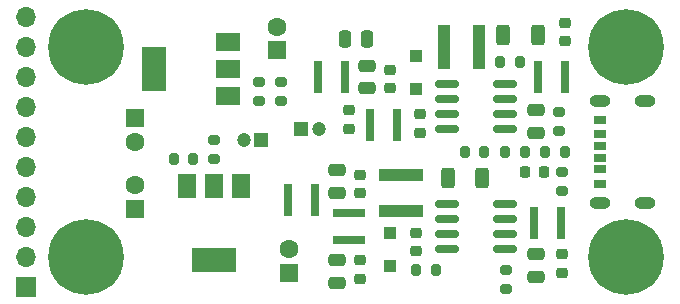
<source format=gbr>
%TF.GenerationSoftware,KiCad,Pcbnew,7.0.6*%
%TF.CreationDate,2024-03-05T13:52:18+08:00*%
%TF.ProjectId,TypeC2DoubleVoltage,54797065-4332-4446-9f75-626c65566f6c,rev?*%
%TF.SameCoordinates,Original*%
%TF.FileFunction,Soldermask,Top*%
%TF.FilePolarity,Negative*%
%FSLAX46Y46*%
G04 Gerber Fmt 4.6, Leading zero omitted, Abs format (unit mm)*
G04 Created by KiCad (PCBNEW 7.0.6) date 2024-03-05 13:52:18*
%MOMM*%
%LPD*%
G01*
G04 APERTURE LIST*
G04 Aperture macros list*
%AMRoundRect*
0 Rectangle with rounded corners*
0 $1 Rounding radius*
0 $2 $3 $4 $5 $6 $7 $8 $9 X,Y pos of 4 corners*
0 Add a 4 corners polygon primitive as box body*
4,1,4,$2,$3,$4,$5,$6,$7,$8,$9,$2,$3,0*
0 Add four circle primitives for the rounded corners*
1,1,$1+$1,$2,$3*
1,1,$1+$1,$4,$5*
1,1,$1+$1,$6,$7*
1,1,$1+$1,$8,$9*
0 Add four rect primitives between the rounded corners*
20,1,$1+$1,$2,$3,$4,$5,0*
20,1,$1+$1,$4,$5,$6,$7,0*
20,1,$1+$1,$6,$7,$8,$9,0*
20,1,$1+$1,$8,$9,$2,$3,0*%
G04 Aperture macros list end*
%ADD10RoundRect,0.200000X-0.200000X-0.275000X0.200000X-0.275000X0.200000X0.275000X-0.200000X0.275000X0*%
%ADD11R,0.800000X2.700000*%
%ADD12R,1.200000X1.200000*%
%ADD13C,1.200000*%
%ADD14RoundRect,0.150000X-0.825000X-0.150000X0.825000X-0.150000X0.825000X0.150000X-0.825000X0.150000X0*%
%ADD15RoundRect,0.225000X-0.250000X0.225000X-0.250000X-0.225000X0.250000X-0.225000X0.250000X0.225000X0*%
%ADD16R,3.700000X1.100000*%
%ADD17C,6.400000*%
%ADD18RoundRect,0.200000X0.275000X-0.200000X0.275000X0.200000X-0.275000X0.200000X-0.275000X-0.200000X0*%
%ADD19RoundRect,0.250000X0.475000X-0.250000X0.475000X0.250000X-0.475000X0.250000X-0.475000X-0.250000X0*%
%ADD20RoundRect,0.200000X0.200000X0.275000X-0.200000X0.275000X-0.200000X-0.275000X0.200000X-0.275000X0*%
%ADD21RoundRect,0.250000X0.312500X0.625000X-0.312500X0.625000X-0.312500X-0.625000X0.312500X-0.625000X0*%
%ADD22RoundRect,0.225000X0.250000X-0.225000X0.250000X0.225000X-0.250000X0.225000X-0.250000X-0.225000X0*%
%ADD23R,1.600000X1.600000*%
%ADD24C,1.600000*%
%ADD25R,1.500000X2.000000*%
%ADD26R,3.800000X2.000000*%
%ADD27RoundRect,0.250000X-0.300000X0.300000X-0.300000X-0.300000X0.300000X-0.300000X0.300000X0.300000X0*%
%ADD28RoundRect,0.250000X-0.475000X0.250000X-0.475000X-0.250000X0.475000X-0.250000X0.475000X0.250000X0*%
%ADD29R,1.000000X0.700000*%
%ADD30R,1.000000X0.800000*%
%ADD31O,1.800000X1.000000*%
%ADD32RoundRect,0.218750X-0.218750X-0.256250X0.218750X-0.256250X0.218750X0.256250X-0.218750X0.256250X0*%
%ADD33RoundRect,0.250000X0.250000X0.475000X-0.250000X0.475000X-0.250000X-0.475000X0.250000X-0.475000X0*%
%ADD34RoundRect,0.200000X-0.275000X0.200000X-0.275000X-0.200000X0.275000X-0.200000X0.275000X0.200000X0*%
%ADD35R,1.100000X3.700000*%
%ADD36R,2.700000X0.800000*%
%ADD37R,2.000000X1.500000*%
%ADD38R,2.000000X3.800000*%
%ADD39RoundRect,0.250000X0.300000X-0.300000X0.300000X0.300000X-0.300000X0.300000X-0.300000X-0.300000X0*%
%ADD40R,1.700000X1.700000*%
%ADD41O,1.700000X1.700000*%
G04 APERTURE END LIST*
D10*
%TO.C,R7*%
X112000000Y-90425000D03*
X113650000Y-90425000D03*
%TD*%
D11*
%TO.C,L8*%
X95872500Y-94552500D03*
X93572500Y-94552500D03*
%TD*%
D12*
%TO.C,C10*%
X94690000Y-88520000D03*
D13*
X96190000Y-88520000D03*
%TD*%
D14*
%TO.C,U3*%
X107050000Y-94870000D03*
X107050000Y-96140000D03*
X107050000Y-97410000D03*
X107050000Y-98680000D03*
X112000000Y-98680000D03*
X112000000Y-97410000D03*
X112000000Y-96140000D03*
X112000000Y-94870000D03*
%TD*%
D15*
%TO.C,C1*%
X117025000Y-79490000D03*
X117025000Y-81040000D03*
%TD*%
D16*
%TO.C,L6*%
X103175000Y-95417500D03*
X103175000Y-92417500D03*
%TD*%
D17*
%TO.C,H2*%
X76505000Y-99315000D03*
%TD*%
D18*
%TO.C,R3*%
X116827500Y-93790000D03*
X116827500Y-92140000D03*
%TD*%
D19*
%TO.C,C13*%
X114605000Y-101025000D03*
X114605000Y-99125000D03*
%TD*%
D20*
%TO.C,R14*%
X85585000Y-91060000D03*
X83935000Y-91060000D03*
%TD*%
D18*
%TO.C,R9*%
X93015000Y-86170000D03*
X93015000Y-84520000D03*
%TD*%
D21*
%TO.C,R10*%
X110035000Y-92647500D03*
X107110000Y-92647500D03*
%TD*%
D22*
%TO.C,C12*%
X116827500Y-100675000D03*
X116827500Y-99125000D03*
%TD*%
D14*
%TO.C,U1*%
X107050000Y-84710000D03*
X107050000Y-85980000D03*
X107050000Y-87250000D03*
X107050000Y-88520000D03*
X112000000Y-88520000D03*
X112000000Y-87250000D03*
X112000000Y-85980000D03*
X112000000Y-84710000D03*
%TD*%
D23*
%TO.C,C19*%
X93650000Y-100680000D03*
D24*
X93650000Y-98680000D03*
%TD*%
D20*
%TO.C,R2*%
X117017500Y-90425000D03*
X115367500Y-90425000D03*
%TD*%
D25*
%TO.C,U4*%
X89600000Y-93307500D03*
X87300000Y-93307500D03*
D26*
X87300000Y-99607500D03*
D25*
X85000000Y-93307500D03*
%TD*%
D27*
%TO.C,D4*%
X102222500Y-97280000D03*
X102222500Y-100080000D03*
%TD*%
D23*
%TO.C,C8*%
X92697500Y-81852500D03*
D24*
X92697500Y-79852500D03*
%TD*%
D28*
%TO.C,C14*%
X97777500Y-99632500D03*
X97777500Y-101532500D03*
%TD*%
D22*
%TO.C,C3*%
X98730000Y-88482500D03*
X98730000Y-86932500D03*
%TD*%
D19*
%TO.C,C17*%
X97777500Y-93915000D03*
X97777500Y-92015000D03*
%TD*%
D22*
%TO.C,C9*%
X99682500Y-93917500D03*
X99682500Y-92367500D03*
%TD*%
D20*
%TO.C,R11*%
X106095000Y-100407500D03*
X104445000Y-100407500D03*
%TD*%
D29*
%TO.C,J1*%
X120002500Y-90925000D03*
D30*
X120002500Y-88925000D03*
X120002500Y-87725000D03*
D29*
X120002500Y-89925000D03*
D30*
X120002500Y-91925000D03*
X120002500Y-93125000D03*
D31*
X120002500Y-94745000D03*
X123802500Y-94745000D03*
X120002500Y-86105000D03*
X123802500Y-86105000D03*
%TD*%
D32*
%TO.C,D1*%
X113665000Y-92140000D03*
X115240000Y-92140000D03*
%TD*%
D23*
%TO.C,C11*%
X80632500Y-87567500D03*
D24*
X80632500Y-89567500D03*
%TD*%
D33*
%TO.C,C7*%
X100312500Y-80900000D03*
X98412500Y-80900000D03*
%TD*%
D34*
%TO.C,R8*%
X91110000Y-84520000D03*
X91110000Y-86170000D03*
%TD*%
D21*
%TO.C,R4*%
X114725000Y-80582500D03*
X111800000Y-80582500D03*
%TD*%
D10*
%TO.C,R5*%
X111557500Y-82805000D03*
X113207500Y-82805000D03*
%TD*%
D17*
%TO.C,H4*%
X122225000Y-99315000D03*
%TD*%
D35*
%TO.C,L2*%
X109755000Y-81535000D03*
X106755000Y-81535000D03*
%TD*%
D17*
%TO.C,H1*%
X76505000Y-81535000D03*
%TD*%
D36*
%TO.C,L7*%
X98730000Y-97925000D03*
X98730000Y-95625000D03*
%TD*%
D15*
%TO.C,C5*%
X102222500Y-83477500D03*
X102222500Y-85027500D03*
%TD*%
D19*
%TO.C,C2*%
X114605000Y-88835000D03*
X114605000Y-86935000D03*
%TD*%
D34*
%TO.C,R12*%
X112065000Y-100407500D03*
X112065000Y-102057500D03*
%TD*%
%TO.C,R1*%
X116510000Y-87060000D03*
X116510000Y-88710000D03*
%TD*%
D10*
%TO.C,R6*%
X108572500Y-90425000D03*
X110222500Y-90425000D03*
%TD*%
D34*
%TO.C,R13*%
X87300000Y-89410000D03*
X87300000Y-91060000D03*
%TD*%
D37*
%TO.C,U2*%
X88545000Y-85740000D03*
X88545000Y-83440000D03*
D38*
X82245000Y-83440000D03*
D37*
X88545000Y-81140000D03*
%TD*%
D15*
%TO.C,C16*%
X99682500Y-99632500D03*
X99682500Y-101182500D03*
%TD*%
D39*
%TO.C,D3*%
X104445000Y-85157500D03*
X104445000Y-82357500D03*
%TD*%
D11*
%TO.C,L5*%
X116707500Y-96457500D03*
X114407500Y-96457500D03*
%TD*%
%TO.C,L1*%
X117025000Y-84075000D03*
X114725000Y-84075000D03*
%TD*%
D23*
%TO.C,C22*%
X80632500Y-95282500D03*
D24*
X80632500Y-93282500D03*
%TD*%
D11*
%TO.C,L3*%
X102857500Y-88202500D03*
X100557500Y-88202500D03*
%TD*%
D28*
%TO.C,C6*%
X100317500Y-83127500D03*
X100317500Y-85027500D03*
%TD*%
D40*
%TO.C,J2*%
X71425000Y-101855000D03*
D41*
X71425000Y-99315000D03*
X71425000Y-96775000D03*
X71425000Y-94235000D03*
X71425000Y-91695000D03*
X71425000Y-89155000D03*
X71425000Y-86615000D03*
X71425000Y-84075000D03*
X71425000Y-81535000D03*
X71425000Y-78995000D03*
%TD*%
D22*
%TO.C,C4*%
X104762500Y-88800000D03*
X104762500Y-87250000D03*
%TD*%
D12*
%TO.C,C21*%
X91340000Y-89472500D03*
D13*
X89840000Y-89472500D03*
%TD*%
D11*
%TO.C,L4*%
X98412500Y-84075000D03*
X96112500Y-84075000D03*
%TD*%
D22*
%TO.C,C15*%
X104445000Y-98820000D03*
X104445000Y-97270000D03*
%TD*%
D17*
%TO.C,H3*%
X122225000Y-81535000D03*
%TD*%
M02*

</source>
